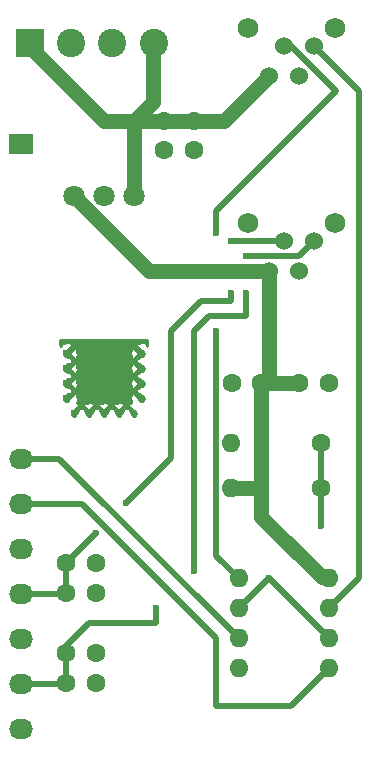
<source format=gbr>
G04 #@! TF.FileFunction,Copper,L1,Top,Signal*
%FSLAX46Y46*%
G04 Gerber Fmt 4.6, Leading zero omitted, Abs format (unit mm)*
G04 Created by KiCad (PCBNEW 4.0.6) date Friday, June 02, 2017 'PMt' 04:09:18 PM*
%MOMM*%
%LPD*%
G01*
G04 APERTURE LIST*
%ADD10C,0.100000*%
%ADD11C,1.600000*%
%ADD12O,2.032000X1.727200*%
%ADD13R,2.032000X1.727200*%
%ADD14O,1.600000X1.600000*%
%ADD15C,0.600000*%
%ADD16C,1.800000*%
%ADD17C,2.400000*%
%ADD18R,2.400000X2.400000*%
%ADD19C,1.750000*%
%ADD20C,1.524000*%
%ADD21C,1.270000*%
%ADD22C,0.510000*%
%ADD23C,0.254000*%
G04 APERTURE END LIST*
D10*
D11*
X209550000Y-121285000D03*
X212050000Y-121285000D03*
X206375000Y-121285000D03*
X203875000Y-121285000D03*
X200660000Y-99060000D03*
X200660000Y-101560000D03*
X198120000Y-99060000D03*
X198120000Y-101560000D03*
X189865000Y-136525000D03*
X192365000Y-136525000D03*
X189865000Y-139065000D03*
X192365000Y-139065000D03*
X189865000Y-144145000D03*
X192365000Y-144145000D03*
X189865000Y-146685000D03*
X192365000Y-146685000D03*
D12*
X186000000Y-150530000D03*
X186000000Y-127670000D03*
X186000000Y-131480000D03*
X186000000Y-135290000D03*
X186000000Y-139100000D03*
X186000000Y-142910000D03*
X186000000Y-146720000D03*
D13*
X186000000Y-101000000D03*
D11*
X211455000Y-126365000D03*
D14*
X203835000Y-126365000D03*
D11*
X211455000Y-130175000D03*
D14*
X203835000Y-130175000D03*
D15*
X196215000Y-118745000D03*
X196215000Y-120015000D03*
X196215000Y-121285000D03*
X196215000Y-122555000D03*
X195580000Y-123825000D03*
X194310000Y-123825000D03*
X193040000Y-123825000D03*
X191770000Y-123825000D03*
X190500000Y-123825000D03*
X189865000Y-122555000D03*
X189865000Y-121285000D03*
X189865000Y-120015000D03*
X189865000Y-118745000D03*
D16*
X195580000Y-105410000D03*
X193040000Y-105410000D03*
X190500000Y-105410000D03*
D17*
X193750000Y-92500000D03*
X197250000Y-92500000D03*
X190250000Y-92500000D03*
D18*
X186750000Y-92500000D03*
D14*
X204470000Y-137795000D03*
X204470000Y-140335000D03*
X204470000Y-142875000D03*
X204470000Y-145415000D03*
X212090000Y-145415000D03*
X212090000Y-142875000D03*
X212090000Y-140335000D03*
X212090000Y-137795000D03*
D19*
X205210000Y-107740000D03*
D20*
X207010000Y-111760000D03*
X208280000Y-109220000D03*
X209550000Y-111760000D03*
X210820000Y-109220000D03*
D19*
X212620000Y-107740000D03*
X205210000Y-91230000D03*
D20*
X207010000Y-95250000D03*
X208280000Y-92710000D03*
X209550000Y-95250000D03*
X210820000Y-92710000D03*
D19*
X212620000Y-91230000D03*
D15*
X194945000Y-131445000D03*
X192405000Y-133985000D03*
X203835000Y-109220000D03*
X203835000Y-113665000D03*
X197485000Y-140335000D03*
X200660000Y-137160000D03*
X205105000Y-110490000D03*
X205105000Y-113665000D03*
X202565000Y-108585000D03*
X202565000Y-116840000D03*
X211455000Y-133350000D03*
X207010000Y-137795000D03*
D21*
X207010000Y-111760000D02*
X196850000Y-111760000D01*
X196850000Y-111760000D02*
X190500000Y-105410000D01*
X207010000Y-111760000D02*
X207010000Y-121285000D01*
X207010000Y-121285000D02*
X206375000Y-121285000D01*
X206375000Y-130175000D02*
X203835000Y-130175000D01*
X206375000Y-121285000D02*
X206375000Y-130175000D01*
X206375000Y-130175000D02*
X206375000Y-132568855D01*
X206375000Y-132568855D02*
X211486120Y-137679975D01*
X211486120Y-137679975D02*
X212090000Y-137795000D01*
X209550000Y-121285000D02*
X206375000Y-121285000D01*
D22*
X198755000Y-116840000D02*
X201295000Y-114300000D01*
X198755000Y-127635000D02*
X198755000Y-116840000D01*
X194945000Y-131445000D02*
X198755000Y-127635000D01*
X189865000Y-136525000D02*
X192405000Y-133985000D01*
X203835000Y-109220000D02*
X208280000Y-109220000D01*
X203835000Y-114300000D02*
X203835000Y-113665000D01*
X201295000Y-114300000D02*
X203835000Y-114300000D01*
X186000000Y-139100000D02*
X189830000Y-139100000D01*
X189830000Y-139100000D02*
X189865000Y-139065000D01*
X189865000Y-139065000D02*
X189865000Y-136525000D01*
X200660000Y-137160000D02*
X200660000Y-116840000D01*
X197485000Y-141605000D02*
X191770000Y-141605000D01*
X189865000Y-143510000D02*
X191770000Y-141605000D01*
X197485000Y-141605000D02*
X197485000Y-140335000D01*
X209550000Y-110490000D02*
X210820000Y-109220000D01*
X205105000Y-110490000D02*
X209550000Y-110490000D01*
X205105000Y-115570000D02*
X205105000Y-113665000D01*
X201930000Y-115570000D02*
X205105000Y-115570000D01*
X200660000Y-116840000D02*
X201930000Y-115570000D01*
X186000000Y-146720000D02*
X189830000Y-146720000D01*
X189830000Y-146720000D02*
X189865000Y-146685000D01*
X189865000Y-146685000D02*
X189865000Y-143510000D01*
D21*
X200660000Y-99060000D02*
X203200000Y-99060000D01*
X203200000Y-99060000D02*
X207010000Y-95250000D01*
X195580000Y-99060000D02*
X193040000Y-99060000D01*
X193040000Y-99060000D02*
X186690000Y-92710000D01*
X195580000Y-99060000D02*
X198120000Y-99060000D01*
X198120000Y-99060000D02*
X200660000Y-99060000D01*
X195580000Y-105410000D02*
X195580000Y-99060000D01*
X197190000Y-97450000D02*
X197190000Y-92710000D01*
X195580000Y-99060000D02*
X197190000Y-97450000D01*
D22*
X202565000Y-108585000D02*
X202565000Y-106680000D01*
X204470000Y-137795000D02*
X202565000Y-135890000D01*
X202565000Y-135890000D02*
X202565000Y-116840000D01*
X212725000Y-96520000D02*
X208915000Y-92710000D01*
X202565000Y-106680000D02*
X212725000Y-96520000D01*
X208915000Y-92710000D02*
X208280000Y-92710000D01*
X214630000Y-137795000D02*
X214630000Y-96520000D01*
X212090000Y-140335000D02*
X214630000Y-137795000D01*
X214630000Y-96520000D02*
X210820000Y-92710000D01*
X186000000Y-127670000D02*
X189265000Y-127670000D01*
X189265000Y-127670000D02*
X204470000Y-142875000D01*
X186000000Y-131480000D02*
X191170000Y-131480000D01*
X208915000Y-148590000D02*
X212090000Y-145415000D01*
X202565000Y-148590000D02*
X208915000Y-148590000D01*
X202565000Y-142875000D02*
X202565000Y-148590000D01*
X191170000Y-131480000D02*
X202565000Y-142875000D01*
X211455000Y-130175000D02*
X211455000Y-133350000D01*
X212090000Y-142875000D02*
X207010000Y-137795000D01*
X207010000Y-137795000D02*
X204470000Y-140335000D01*
X211455000Y-126365000D02*
X211455000Y-130175000D01*
D23*
G36*
X196723000Y-118057392D02*
X196679819Y-118100573D01*
X196667607Y-117905975D01*
X196312073Y-117796637D01*
X195941761Y-117831678D01*
X195762393Y-117905975D01*
X195750181Y-118100576D01*
X196215000Y-118565395D01*
X196229143Y-118551253D01*
X196408748Y-118730858D01*
X196394605Y-118745000D01*
X196408748Y-118759143D01*
X196229143Y-118938748D01*
X196215000Y-118924605D01*
X196047978Y-119091627D01*
X195941761Y-119101678D01*
X195762393Y-119175975D01*
X195750181Y-119370576D01*
X195759605Y-119380000D01*
X195750181Y-119389424D01*
X195762393Y-119584025D01*
X196053001Y-119673396D01*
X196215000Y-119835395D01*
X196229143Y-119821253D01*
X196408748Y-120000858D01*
X196394605Y-120015000D01*
X196408748Y-120029143D01*
X196229143Y-120208748D01*
X196215000Y-120194605D01*
X196047978Y-120361627D01*
X195941761Y-120371678D01*
X195762393Y-120445975D01*
X195750181Y-120640576D01*
X195759605Y-120650000D01*
X195750181Y-120659424D01*
X195762393Y-120854025D01*
X196053001Y-120943396D01*
X196215000Y-121105395D01*
X196229143Y-121091253D01*
X196408748Y-121270858D01*
X196394605Y-121285000D01*
X196408748Y-121299143D01*
X196229143Y-121478748D01*
X196215000Y-121464605D01*
X196047978Y-121631627D01*
X195941761Y-121641678D01*
X195762393Y-121715975D01*
X195750181Y-121910576D01*
X195759605Y-121920000D01*
X195750181Y-121929424D01*
X195762393Y-122124025D01*
X196053001Y-122213396D01*
X196215000Y-122375395D01*
X196229143Y-122361253D01*
X196408748Y-122540858D01*
X196394605Y-122555000D01*
X196408748Y-122569143D01*
X196229143Y-122748748D01*
X196215000Y-122734605D01*
X196200858Y-122748748D01*
X196021253Y-122569143D01*
X196035395Y-122555000D01*
X195570576Y-122090181D01*
X195375975Y-122102393D01*
X195266637Y-122457927D01*
X195301678Y-122828239D01*
X195335128Y-122908994D01*
X195306761Y-122911678D01*
X195127393Y-122985975D01*
X195115181Y-123180576D01*
X195580000Y-123645395D01*
X195594143Y-123631253D01*
X195773748Y-123810858D01*
X195759605Y-123825000D01*
X195773748Y-123839143D01*
X195594143Y-124018748D01*
X195580000Y-124004605D01*
X195565858Y-124018748D01*
X195386253Y-123839143D01*
X195400395Y-123825000D01*
X195233373Y-123657978D01*
X195223322Y-123551761D01*
X195149025Y-123372393D01*
X194954424Y-123360181D01*
X194945000Y-123369605D01*
X194935576Y-123360181D01*
X194740975Y-123372393D01*
X194651604Y-123663001D01*
X194489605Y-123825000D01*
X194503748Y-123839143D01*
X194324143Y-124018748D01*
X194310000Y-124004605D01*
X194295858Y-124018748D01*
X194116253Y-123839143D01*
X194130395Y-123825000D01*
X193963373Y-123657978D01*
X193953322Y-123551761D01*
X193879025Y-123372393D01*
X193684424Y-123360181D01*
X193675000Y-123369605D01*
X193665576Y-123360181D01*
X193470975Y-123372393D01*
X193381604Y-123663001D01*
X193219605Y-123825000D01*
X193233748Y-123839143D01*
X193054143Y-124018748D01*
X193040000Y-124004605D01*
X193025858Y-124018748D01*
X192846253Y-123839143D01*
X192860395Y-123825000D01*
X192693373Y-123657978D01*
X192683322Y-123551761D01*
X192609025Y-123372393D01*
X192414424Y-123360181D01*
X192405000Y-123369605D01*
X192395576Y-123360181D01*
X192200975Y-123372393D01*
X192111604Y-123663001D01*
X191949605Y-123825000D01*
X191963748Y-123839143D01*
X191784143Y-124018748D01*
X191770000Y-124004605D01*
X191755858Y-124018748D01*
X191576253Y-123839143D01*
X191590395Y-123825000D01*
X191423373Y-123657978D01*
X191413322Y-123551761D01*
X191339025Y-123372393D01*
X191144424Y-123360181D01*
X191135000Y-123369605D01*
X191125576Y-123360181D01*
X190930975Y-123372393D01*
X190841604Y-123663001D01*
X190679605Y-123825000D01*
X190693748Y-123839143D01*
X190514143Y-124018748D01*
X190500000Y-124004605D01*
X190485858Y-124018748D01*
X190306253Y-123839143D01*
X190320395Y-123825000D01*
X190306253Y-123810858D01*
X190485858Y-123631253D01*
X190500000Y-123645395D01*
X190964819Y-123180576D01*
X191305181Y-123180576D01*
X191770000Y-123645395D01*
X192234819Y-123180576D01*
X192575181Y-123180576D01*
X193040000Y-123645395D01*
X193504819Y-123180576D01*
X193845181Y-123180576D01*
X194310000Y-123645395D01*
X194774819Y-123180576D01*
X194762607Y-122985975D01*
X194407073Y-122876637D01*
X194036761Y-122911678D01*
X193857393Y-122985975D01*
X193845181Y-123180576D01*
X193504819Y-123180576D01*
X193492607Y-122985975D01*
X193137073Y-122876637D01*
X192766761Y-122911678D01*
X192587393Y-122985975D01*
X192575181Y-123180576D01*
X192234819Y-123180576D01*
X192222607Y-122985975D01*
X191867073Y-122876637D01*
X191496761Y-122911678D01*
X191317393Y-122985975D01*
X191305181Y-123180576D01*
X190964819Y-123180576D01*
X190952607Y-122985975D01*
X190731581Y-122918003D01*
X190813363Y-122652073D01*
X190778322Y-122281761D01*
X190704025Y-122102393D01*
X190509424Y-122090181D01*
X190044605Y-122555000D01*
X190058748Y-122569143D01*
X189879143Y-122748748D01*
X189865000Y-122734605D01*
X189850858Y-122748748D01*
X189671253Y-122569143D01*
X189685395Y-122555000D01*
X189671253Y-122540858D01*
X189850858Y-122361253D01*
X189865000Y-122375395D01*
X190032022Y-122208373D01*
X190138239Y-122198322D01*
X190317607Y-122124025D01*
X190329819Y-121929424D01*
X190320395Y-121920000D01*
X190329819Y-121910576D01*
X190317607Y-121715975D01*
X190026999Y-121626604D01*
X189865000Y-121464605D01*
X189850858Y-121478748D01*
X189671253Y-121299143D01*
X189685395Y-121285000D01*
X190044605Y-121285000D01*
X190509424Y-121749819D01*
X190704025Y-121737607D01*
X190813363Y-121382073D01*
X190794992Y-121187927D01*
X195266637Y-121187927D01*
X195301678Y-121558239D01*
X195375975Y-121737607D01*
X195570576Y-121749819D01*
X196035395Y-121285000D01*
X195570576Y-120820181D01*
X195375975Y-120832393D01*
X195266637Y-121187927D01*
X190794992Y-121187927D01*
X190778322Y-121011761D01*
X190704025Y-120832393D01*
X190509424Y-120820181D01*
X190044605Y-121285000D01*
X189685395Y-121285000D01*
X189671253Y-121270858D01*
X189850858Y-121091253D01*
X189865000Y-121105395D01*
X190032022Y-120938373D01*
X190138239Y-120928322D01*
X190317607Y-120854025D01*
X190329819Y-120659424D01*
X190320395Y-120650000D01*
X190329819Y-120640576D01*
X190317607Y-120445975D01*
X190026999Y-120356604D01*
X189865000Y-120194605D01*
X189850858Y-120208748D01*
X189671253Y-120029143D01*
X189685395Y-120015000D01*
X190044605Y-120015000D01*
X190509424Y-120479819D01*
X190704025Y-120467607D01*
X190813363Y-120112073D01*
X190794992Y-119917927D01*
X195266637Y-119917927D01*
X195301678Y-120288239D01*
X195375975Y-120467607D01*
X195570576Y-120479819D01*
X196035395Y-120015000D01*
X195570576Y-119550181D01*
X195375975Y-119562393D01*
X195266637Y-119917927D01*
X190794992Y-119917927D01*
X190778322Y-119741761D01*
X190704025Y-119562393D01*
X190509424Y-119550181D01*
X190044605Y-120015000D01*
X189685395Y-120015000D01*
X189671253Y-120000858D01*
X189850858Y-119821253D01*
X189865000Y-119835395D01*
X190032022Y-119668373D01*
X190138239Y-119658322D01*
X190317607Y-119584025D01*
X190329819Y-119389424D01*
X190320395Y-119380000D01*
X190329819Y-119370576D01*
X190317607Y-119175975D01*
X190026999Y-119086604D01*
X189865000Y-118924605D01*
X189850858Y-118938748D01*
X189671253Y-118759143D01*
X189685395Y-118745000D01*
X190044605Y-118745000D01*
X190509424Y-119209819D01*
X190704025Y-119197607D01*
X190813363Y-118842073D01*
X190794992Y-118647927D01*
X195266637Y-118647927D01*
X195301678Y-119018239D01*
X195375975Y-119197607D01*
X195570576Y-119209819D01*
X196035395Y-118745000D01*
X195570576Y-118280181D01*
X195375975Y-118292393D01*
X195266637Y-118647927D01*
X190794992Y-118647927D01*
X190778322Y-118471761D01*
X190704025Y-118292393D01*
X190509424Y-118280181D01*
X190044605Y-118745000D01*
X189685395Y-118745000D01*
X189671253Y-118730858D01*
X189850858Y-118551253D01*
X189865000Y-118565395D01*
X190329819Y-118100576D01*
X190317607Y-117905975D01*
X189962073Y-117796637D01*
X189591761Y-117831678D01*
X189412393Y-117905975D01*
X189400181Y-118100573D01*
X189357000Y-118057392D01*
X189357000Y-117602000D01*
X196723000Y-117602000D01*
X196723000Y-118057392D01*
X196723000Y-118057392D01*
G37*
X196723000Y-118057392D02*
X196679819Y-118100573D01*
X196667607Y-117905975D01*
X196312073Y-117796637D01*
X195941761Y-117831678D01*
X195762393Y-117905975D01*
X195750181Y-118100576D01*
X196215000Y-118565395D01*
X196229143Y-118551253D01*
X196408748Y-118730858D01*
X196394605Y-118745000D01*
X196408748Y-118759143D01*
X196229143Y-118938748D01*
X196215000Y-118924605D01*
X196047978Y-119091627D01*
X195941761Y-119101678D01*
X195762393Y-119175975D01*
X195750181Y-119370576D01*
X195759605Y-119380000D01*
X195750181Y-119389424D01*
X195762393Y-119584025D01*
X196053001Y-119673396D01*
X196215000Y-119835395D01*
X196229143Y-119821253D01*
X196408748Y-120000858D01*
X196394605Y-120015000D01*
X196408748Y-120029143D01*
X196229143Y-120208748D01*
X196215000Y-120194605D01*
X196047978Y-120361627D01*
X195941761Y-120371678D01*
X195762393Y-120445975D01*
X195750181Y-120640576D01*
X195759605Y-120650000D01*
X195750181Y-120659424D01*
X195762393Y-120854025D01*
X196053001Y-120943396D01*
X196215000Y-121105395D01*
X196229143Y-121091253D01*
X196408748Y-121270858D01*
X196394605Y-121285000D01*
X196408748Y-121299143D01*
X196229143Y-121478748D01*
X196215000Y-121464605D01*
X196047978Y-121631627D01*
X195941761Y-121641678D01*
X195762393Y-121715975D01*
X195750181Y-121910576D01*
X195759605Y-121920000D01*
X195750181Y-121929424D01*
X195762393Y-122124025D01*
X196053001Y-122213396D01*
X196215000Y-122375395D01*
X196229143Y-122361253D01*
X196408748Y-122540858D01*
X196394605Y-122555000D01*
X196408748Y-122569143D01*
X196229143Y-122748748D01*
X196215000Y-122734605D01*
X196200858Y-122748748D01*
X196021253Y-122569143D01*
X196035395Y-122555000D01*
X195570576Y-122090181D01*
X195375975Y-122102393D01*
X195266637Y-122457927D01*
X195301678Y-122828239D01*
X195335128Y-122908994D01*
X195306761Y-122911678D01*
X195127393Y-122985975D01*
X195115181Y-123180576D01*
X195580000Y-123645395D01*
X195594143Y-123631253D01*
X195773748Y-123810858D01*
X195759605Y-123825000D01*
X195773748Y-123839143D01*
X195594143Y-124018748D01*
X195580000Y-124004605D01*
X195565858Y-124018748D01*
X195386253Y-123839143D01*
X195400395Y-123825000D01*
X195233373Y-123657978D01*
X195223322Y-123551761D01*
X195149025Y-123372393D01*
X194954424Y-123360181D01*
X194945000Y-123369605D01*
X194935576Y-123360181D01*
X194740975Y-123372393D01*
X194651604Y-123663001D01*
X194489605Y-123825000D01*
X194503748Y-123839143D01*
X194324143Y-124018748D01*
X194310000Y-124004605D01*
X194295858Y-124018748D01*
X194116253Y-123839143D01*
X194130395Y-123825000D01*
X193963373Y-123657978D01*
X193953322Y-123551761D01*
X193879025Y-123372393D01*
X193684424Y-123360181D01*
X193675000Y-123369605D01*
X193665576Y-123360181D01*
X193470975Y-123372393D01*
X193381604Y-123663001D01*
X193219605Y-123825000D01*
X193233748Y-123839143D01*
X193054143Y-124018748D01*
X193040000Y-124004605D01*
X193025858Y-124018748D01*
X192846253Y-123839143D01*
X192860395Y-123825000D01*
X192693373Y-123657978D01*
X192683322Y-123551761D01*
X192609025Y-123372393D01*
X192414424Y-123360181D01*
X192405000Y-123369605D01*
X192395576Y-123360181D01*
X192200975Y-123372393D01*
X192111604Y-123663001D01*
X191949605Y-123825000D01*
X191963748Y-123839143D01*
X191784143Y-124018748D01*
X191770000Y-124004605D01*
X191755858Y-124018748D01*
X191576253Y-123839143D01*
X191590395Y-123825000D01*
X191423373Y-123657978D01*
X191413322Y-123551761D01*
X191339025Y-123372393D01*
X191144424Y-123360181D01*
X191135000Y-123369605D01*
X191125576Y-123360181D01*
X190930975Y-123372393D01*
X190841604Y-123663001D01*
X190679605Y-123825000D01*
X190693748Y-123839143D01*
X190514143Y-124018748D01*
X190500000Y-124004605D01*
X190485858Y-124018748D01*
X190306253Y-123839143D01*
X190320395Y-123825000D01*
X190306253Y-123810858D01*
X190485858Y-123631253D01*
X190500000Y-123645395D01*
X190964819Y-123180576D01*
X191305181Y-123180576D01*
X191770000Y-123645395D01*
X192234819Y-123180576D01*
X192575181Y-123180576D01*
X193040000Y-123645395D01*
X193504819Y-123180576D01*
X193845181Y-123180576D01*
X194310000Y-123645395D01*
X194774819Y-123180576D01*
X194762607Y-122985975D01*
X194407073Y-122876637D01*
X194036761Y-122911678D01*
X193857393Y-122985975D01*
X193845181Y-123180576D01*
X193504819Y-123180576D01*
X193492607Y-122985975D01*
X193137073Y-122876637D01*
X192766761Y-122911678D01*
X192587393Y-122985975D01*
X192575181Y-123180576D01*
X192234819Y-123180576D01*
X192222607Y-122985975D01*
X191867073Y-122876637D01*
X191496761Y-122911678D01*
X191317393Y-122985975D01*
X191305181Y-123180576D01*
X190964819Y-123180576D01*
X190952607Y-122985975D01*
X190731581Y-122918003D01*
X190813363Y-122652073D01*
X190778322Y-122281761D01*
X190704025Y-122102393D01*
X190509424Y-122090181D01*
X190044605Y-122555000D01*
X190058748Y-122569143D01*
X189879143Y-122748748D01*
X189865000Y-122734605D01*
X189850858Y-122748748D01*
X189671253Y-122569143D01*
X189685395Y-122555000D01*
X189671253Y-122540858D01*
X189850858Y-122361253D01*
X189865000Y-122375395D01*
X190032022Y-122208373D01*
X190138239Y-122198322D01*
X190317607Y-122124025D01*
X190329819Y-121929424D01*
X190320395Y-121920000D01*
X190329819Y-121910576D01*
X190317607Y-121715975D01*
X190026999Y-121626604D01*
X189865000Y-121464605D01*
X189850858Y-121478748D01*
X189671253Y-121299143D01*
X189685395Y-121285000D01*
X190044605Y-121285000D01*
X190509424Y-121749819D01*
X190704025Y-121737607D01*
X190813363Y-121382073D01*
X190794992Y-121187927D01*
X195266637Y-121187927D01*
X195301678Y-121558239D01*
X195375975Y-121737607D01*
X195570576Y-121749819D01*
X196035395Y-121285000D01*
X195570576Y-120820181D01*
X195375975Y-120832393D01*
X195266637Y-121187927D01*
X190794992Y-121187927D01*
X190778322Y-121011761D01*
X190704025Y-120832393D01*
X190509424Y-120820181D01*
X190044605Y-121285000D01*
X189685395Y-121285000D01*
X189671253Y-121270858D01*
X189850858Y-121091253D01*
X189865000Y-121105395D01*
X190032022Y-120938373D01*
X190138239Y-120928322D01*
X190317607Y-120854025D01*
X190329819Y-120659424D01*
X190320395Y-120650000D01*
X190329819Y-120640576D01*
X190317607Y-120445975D01*
X190026999Y-120356604D01*
X189865000Y-120194605D01*
X189850858Y-120208748D01*
X189671253Y-120029143D01*
X189685395Y-120015000D01*
X190044605Y-120015000D01*
X190509424Y-120479819D01*
X190704025Y-120467607D01*
X190813363Y-120112073D01*
X190794992Y-119917927D01*
X195266637Y-119917927D01*
X195301678Y-120288239D01*
X195375975Y-120467607D01*
X195570576Y-120479819D01*
X196035395Y-120015000D01*
X195570576Y-119550181D01*
X195375975Y-119562393D01*
X195266637Y-119917927D01*
X190794992Y-119917927D01*
X190778322Y-119741761D01*
X190704025Y-119562393D01*
X190509424Y-119550181D01*
X190044605Y-120015000D01*
X189685395Y-120015000D01*
X189671253Y-120000858D01*
X189850858Y-119821253D01*
X189865000Y-119835395D01*
X190032022Y-119668373D01*
X190138239Y-119658322D01*
X190317607Y-119584025D01*
X190329819Y-119389424D01*
X190320395Y-119380000D01*
X190329819Y-119370576D01*
X190317607Y-119175975D01*
X190026999Y-119086604D01*
X189865000Y-118924605D01*
X189850858Y-118938748D01*
X189671253Y-118759143D01*
X189685395Y-118745000D01*
X190044605Y-118745000D01*
X190509424Y-119209819D01*
X190704025Y-119197607D01*
X190813363Y-118842073D01*
X190794992Y-118647927D01*
X195266637Y-118647927D01*
X195301678Y-119018239D01*
X195375975Y-119197607D01*
X195570576Y-119209819D01*
X196035395Y-118745000D01*
X195570576Y-118280181D01*
X195375975Y-118292393D01*
X195266637Y-118647927D01*
X190794992Y-118647927D01*
X190778322Y-118471761D01*
X190704025Y-118292393D01*
X190509424Y-118280181D01*
X190044605Y-118745000D01*
X189685395Y-118745000D01*
X189671253Y-118730858D01*
X189850858Y-118551253D01*
X189865000Y-118565395D01*
X190329819Y-118100576D01*
X190317607Y-117905975D01*
X189962073Y-117796637D01*
X189591761Y-117831678D01*
X189412393Y-117905975D01*
X189400181Y-118100573D01*
X189357000Y-118057392D01*
X189357000Y-117602000D01*
X196723000Y-117602000D01*
X196723000Y-118057392D01*
M02*

</source>
